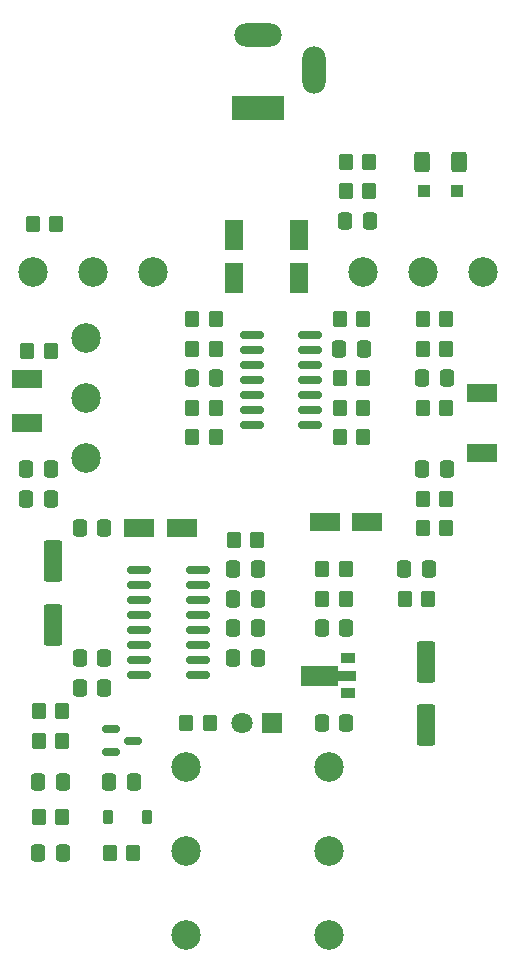
<source format=gbr>
%TF.GenerationSoftware,KiCad,Pcbnew,7.0.1*%
%TF.CreationDate,2023-11-18T18:10:11+02:00*%
%TF.ProjectId,Dille,44696c6c-652e-46b6-9963-61645f706362,rev?*%
%TF.SameCoordinates,Original*%
%TF.FileFunction,Soldermask,Top*%
%TF.FilePolarity,Negative*%
%FSLAX46Y46*%
G04 Gerber Fmt 4.6, Leading zero omitted, Abs format (unit mm)*
G04 Created by KiCad (PCBNEW 7.0.1) date 2023-11-18 18:10:11*
%MOMM*%
%LPD*%
G01*
G04 APERTURE LIST*
G04 Aperture macros list*
%AMRoundRect*
0 Rectangle with rounded corners*
0 $1 Rounding radius*
0 $2 $3 $4 $5 $6 $7 $8 $9 X,Y pos of 4 corners*
0 Add a 4 corners polygon primitive as box body*
4,1,4,$2,$3,$4,$5,$6,$7,$8,$9,$2,$3,0*
0 Add four circle primitives for the rounded corners*
1,1,$1+$1,$2,$3*
1,1,$1+$1,$4,$5*
1,1,$1+$1,$6,$7*
1,1,$1+$1,$8,$9*
0 Add four rect primitives between the rounded corners*
20,1,$1+$1,$2,$3,$4,$5,0*
20,1,$1+$1,$4,$5,$6,$7,0*
20,1,$1+$1,$6,$7,$8,$9,0*
20,1,$1+$1,$8,$9,$2,$3,0*%
%AMFreePoly0*
4,1,9,3.862500,-0.866500,0.737500,-0.866500,0.737500,-0.450000,-0.737500,-0.450000,-0.737500,0.450000,0.737500,0.450000,0.737500,0.866500,3.862500,0.866500,3.862500,-0.866500,3.862500,-0.866500,$1*%
G04 Aperture macros list end*
%ADD10RoundRect,0.250000X0.337500X0.475000X-0.337500X0.475000X-0.337500X-0.475000X0.337500X-0.475000X0*%
%ADD11R,2.500000X1.500000*%
%ADD12RoundRect,0.250000X0.350000X0.450000X-0.350000X0.450000X-0.350000X-0.450000X0.350000X-0.450000X0*%
%ADD13RoundRect,0.225000X-0.225000X-0.375000X0.225000X-0.375000X0.225000X0.375000X-0.225000X0.375000X0*%
%ADD14RoundRect,0.150000X-0.825000X-0.150000X0.825000X-0.150000X0.825000X0.150000X-0.825000X0.150000X0*%
%ADD15RoundRect,0.150000X-0.850000X-0.150000X0.850000X-0.150000X0.850000X0.150000X-0.850000X0.150000X0*%
%ADD16RoundRect,0.250000X-0.337500X-0.475000X0.337500X-0.475000X0.337500X0.475000X-0.337500X0.475000X0*%
%ADD17RoundRect,0.250000X0.550000X-1.050000X0.550000X1.050000X-0.550000X1.050000X-0.550000X-1.050000X0*%
%ADD18RoundRect,0.250000X-0.350000X-0.450000X0.350000X-0.450000X0.350000X0.450000X-0.350000X0.450000X0*%
%ADD19RoundRect,0.250000X-0.550000X1.500000X-0.550000X-1.500000X0.550000X-1.500000X0.550000X1.500000X0*%
%ADD20RoundRect,0.250000X-0.300000X-0.300000X0.300000X-0.300000X0.300000X0.300000X-0.300000X0.300000X0*%
%ADD21RoundRect,0.250000X-1.050000X-0.550000X1.050000X-0.550000X1.050000X0.550000X-1.050000X0.550000X0*%
%ADD22R,1.300000X0.900000*%
%ADD23FreePoly0,180.000000*%
%ADD24RoundRect,0.150000X-0.587500X-0.150000X0.587500X-0.150000X0.587500X0.150000X-0.587500X0.150000X0*%
%ADD25RoundRect,0.250000X0.400000X0.625000X-0.400000X0.625000X-0.400000X-0.625000X0.400000X-0.625000X0*%
%ADD26C,2.500000*%
%ADD27R,1.800000X1.800000*%
%ADD28C,1.800000*%
%ADD29R,4.500000X2.000000*%
%ADD30O,4.000000X2.000000*%
%ADD31O,2.000000X4.000000*%
G04 APERTURE END LIST*
D10*
%TO.C,C23*%
X56037500Y-100000000D03*
X53962500Y-100000000D03*
%TD*%
D11*
%TO.C,TP4*%
X49500000Y-80125000D03*
%TD*%
D12*
%TO.C,R6*%
X85000000Y-78810000D03*
X83000000Y-78810000D03*
%TD*%
D13*
%TO.C,D2*%
X56350000Y-113500000D03*
X59650000Y-113500000D03*
%TD*%
D10*
%TO.C,C24*%
X78012500Y-73810000D03*
X75937500Y-73810000D03*
%TD*%
D14*
%TO.C,U2*%
X68525000Y-72690000D03*
X68525000Y-73960000D03*
X68525000Y-75230000D03*
X68525000Y-76500000D03*
X68525000Y-77770000D03*
X68525000Y-79040000D03*
X68525000Y-80310000D03*
X73475000Y-80310000D03*
X73475000Y-79040000D03*
X73475000Y-77770000D03*
X73475000Y-76500000D03*
X73475000Y-75230000D03*
X73475000Y-73960000D03*
X73475000Y-72690000D03*
%TD*%
D15*
%TO.C,U1*%
X59000000Y-92555000D03*
X59000000Y-93825000D03*
X59000000Y-95095000D03*
X59000000Y-96365000D03*
X59000000Y-97635000D03*
X59000000Y-98905000D03*
X59000000Y-100175000D03*
X59000000Y-101445000D03*
X64000000Y-101445000D03*
X64000000Y-100175000D03*
X64000000Y-98905000D03*
X64000000Y-97635000D03*
X64000000Y-96365000D03*
X64000000Y-95095000D03*
X64000000Y-93825000D03*
X64000000Y-92555000D03*
%TD*%
D16*
%TO.C,C13*%
X82962500Y-84000000D03*
X85037500Y-84000000D03*
%TD*%
D17*
%TO.C,C19*%
X67000000Y-67800000D03*
X67000000Y-64200000D03*
%TD*%
D18*
%TO.C,R4*%
X76500000Y-60500000D03*
X78500000Y-60500000D03*
%TD*%
D11*
%TO.C,TP2*%
X88000000Y-77600000D03*
%TD*%
D19*
%TO.C,C20*%
X51750000Y-91800000D03*
X51750000Y-97200000D03*
%TD*%
D12*
%TO.C,R24*%
X77975000Y-78810000D03*
X75975000Y-78810000D03*
%TD*%
D18*
%TO.C,R25*%
X75975000Y-81310000D03*
X77975000Y-81310000D03*
%TD*%
D17*
%TO.C,C25*%
X72500000Y-67800000D03*
X72500000Y-64200000D03*
%TD*%
D16*
%TO.C,C5*%
X76462500Y-63000000D03*
X78537500Y-63000000D03*
%TD*%
D18*
%TO.C,R19*%
X81500000Y-95000000D03*
X83500000Y-95000000D03*
%TD*%
D12*
%TO.C,R22*%
X52000000Y-63250000D03*
X50000000Y-63250000D03*
%TD*%
D19*
%TO.C,C2*%
X83250000Y-100300000D03*
X83250000Y-105700000D03*
%TD*%
D18*
%TO.C,R12*%
X67000000Y-90000000D03*
X69000000Y-90000000D03*
%TD*%
D12*
%TO.C,R21*%
X77975000Y-76310000D03*
X75975000Y-76310000D03*
%TD*%
D20*
%TO.C,D1*%
X83100000Y-60500000D03*
X85900000Y-60500000D03*
%TD*%
D12*
%TO.C,R3*%
X52500000Y-113500000D03*
X50500000Y-113500000D03*
%TD*%
%TO.C,R27*%
X65475000Y-81310000D03*
X63475000Y-81310000D03*
%TD*%
D16*
%TO.C,C7*%
X56462500Y-110500000D03*
X58537500Y-110500000D03*
%TD*%
D21*
%TO.C,C14*%
X74700000Y-88500000D03*
X78300000Y-88500000D03*
%TD*%
D10*
%TO.C,C22*%
X56037500Y-102500000D03*
X53962500Y-102500000D03*
%TD*%
D12*
%TO.C,R11*%
X85000000Y-73810000D03*
X83000000Y-73810000D03*
%TD*%
D16*
%TO.C,C18*%
X66962500Y-100000000D03*
X69037500Y-100000000D03*
%TD*%
D10*
%TO.C,C3*%
X76537500Y-105500000D03*
X74462500Y-105500000D03*
%TD*%
%TO.C,C1*%
X76537500Y-97500000D03*
X74462500Y-97500000D03*
%TD*%
D12*
%TO.C,R18*%
X76500000Y-95000000D03*
X74500000Y-95000000D03*
%TD*%
D11*
%TO.C,TP1*%
X88000000Y-82625000D03*
%TD*%
D12*
%TO.C,R16*%
X85000000Y-89000000D03*
X83000000Y-89000000D03*
%TD*%
%TO.C,R5*%
X52500000Y-104500000D03*
X50500000Y-104500000D03*
%TD*%
D16*
%TO.C,C9*%
X50462500Y-116500000D03*
X52537500Y-116500000D03*
%TD*%
D10*
%TO.C,C12*%
X69037500Y-92500000D03*
X66962500Y-92500000D03*
%TD*%
D22*
%TO.C,U3*%
X76700000Y-103000000D03*
D23*
X76612500Y-101500000D03*
D22*
X76700000Y-100000000D03*
%TD*%
D10*
%TO.C,C4*%
X65512500Y-76310000D03*
X63437500Y-76310000D03*
%TD*%
D12*
%TO.C,R9*%
X58500000Y-116500000D03*
X56500000Y-116500000D03*
%TD*%
D18*
%TO.C,R8*%
X75975000Y-71310000D03*
X77975000Y-71310000D03*
%TD*%
D24*
%TO.C,Q1*%
X56625000Y-106050000D03*
X56625000Y-107950000D03*
X58500000Y-107000000D03*
%TD*%
D16*
%TO.C,C17*%
X66962500Y-97500000D03*
X69037500Y-97500000D03*
%TD*%
D12*
%TO.C,R20*%
X65475000Y-71310000D03*
X63475000Y-71310000D03*
%TD*%
%TO.C,R17*%
X76500000Y-92500000D03*
X74500000Y-92500000D03*
%TD*%
D10*
%TO.C,C26*%
X56037500Y-89000000D03*
X53962500Y-89000000D03*
%TD*%
D16*
%TO.C,C15*%
X81462500Y-92500000D03*
X83537500Y-92500000D03*
%TD*%
D18*
%TO.C,R26*%
X63475000Y-78860000D03*
X65475000Y-78860000D03*
%TD*%
%TO.C,R10*%
X63000000Y-105500000D03*
X65000000Y-105500000D03*
%TD*%
D12*
%TO.C,R2*%
X78500000Y-58000000D03*
X76500000Y-58000000D03*
%TD*%
%TO.C,R7*%
X52500000Y-107000000D03*
X50500000Y-107000000D03*
%TD*%
D25*
%TO.C,R1*%
X86050000Y-58000000D03*
X82950000Y-58000000D03*
%TD*%
D10*
%TO.C,C6*%
X85037500Y-76310000D03*
X82962500Y-76310000D03*
%TD*%
D12*
%TO.C,R13*%
X65475000Y-73810000D03*
X63475000Y-73810000D03*
%TD*%
D16*
%TO.C,C11*%
X49462500Y-86500000D03*
X51537500Y-86500000D03*
%TD*%
D12*
%TO.C,R15*%
X85000000Y-86500000D03*
X83000000Y-86500000D03*
%TD*%
D16*
%TO.C,C8*%
X50462500Y-110500000D03*
X52537500Y-110500000D03*
%TD*%
D12*
%TO.C,R23*%
X51500000Y-74000000D03*
X49500000Y-74000000D03*
%TD*%
D18*
%TO.C,R14*%
X83000000Y-71310000D03*
X85000000Y-71310000D03*
%TD*%
D11*
%TO.C,TP3*%
X49500000Y-76375000D03*
%TD*%
D21*
%TO.C,C21*%
X59000000Y-89000000D03*
X62600000Y-89000000D03*
%TD*%
D16*
%TO.C,C16*%
X66962500Y-95000000D03*
X69037500Y-95000000D03*
%TD*%
D10*
%TO.C,C10*%
X51537500Y-84000000D03*
X49462500Y-84000000D03*
%TD*%
D26*
%TO.C,RV2*%
X88080000Y-67340000D03*
X83000000Y-67340000D03*
X77920000Y-67340000D03*
%TD*%
%TO.C,RV3*%
X60180000Y-67340000D03*
X55100000Y-67340000D03*
X50020000Y-67340000D03*
%TD*%
%TO.C,SW2*%
X62950000Y-123460000D03*
X62950000Y-116360000D03*
X62950000Y-109260000D03*
X75050000Y-109260000D03*
X75050000Y-116360000D03*
X75050000Y-123460000D03*
%TD*%
%TO.C,RV1*%
X54500000Y-83080000D03*
X54500000Y-78000000D03*
X54500000Y-72920000D03*
%TD*%
D27*
%TO.C,D3*%
X70275000Y-105500000D03*
D28*
X67735000Y-105500000D03*
%TD*%
D29*
%TO.C,J1*%
X69100000Y-53450000D03*
D30*
X69100000Y-47250000D03*
D31*
X73800000Y-50250000D03*
%TD*%
M02*

</source>
